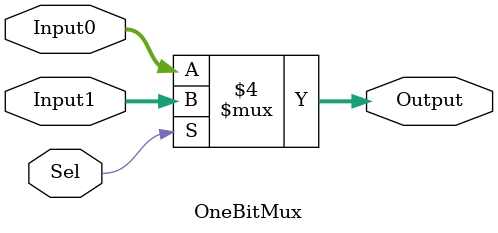
<source format=v>
`timescale 1ns / 1ps
module OneBitMux(Input0, Input1, Sel, Output);

parameter inputWidth = 32;
input Sel;
output reg [inputWidth-1:0] Output;
input [inputWidth-1:0] Input0, Input1;

always @ (*)
if (Sel == 1'b1) begin
	Output = Input1;
end else begin
	Output = Input0;
end


endmodule

</source>
